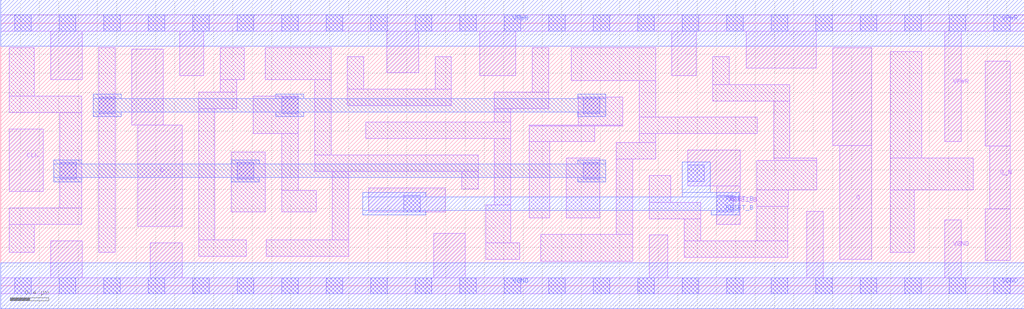
<source format=lef>
# Copyright 2020 The SkyWater PDK Authors
#
# Licensed under the Apache License, Version 2.0 (the "License");
# you may not use this file except in compliance with the License.
# You may obtain a copy of the License at
#
#     https://www.apache.org/licenses/LICENSE-2.0
#
# Unless required by applicable law or agreed to in writing, software
# distributed under the License is distributed on an "AS IS" BASIS,
# WITHOUT WARRANTIES OR CONDITIONS OF ANY KIND, either express or implied.
# See the License for the specific language governing permissions and
# limitations under the License.
#
# SPDX-License-Identifier: Apache-2.0

VERSION 5.7 ;
  NAMESCASESENSITIVE ON ;
  NOWIREEXTENSIONATPIN ON ;
  DIVIDERCHAR "/" ;
  BUSBITCHARS "[]" ;
UNITS
  DATABASE MICRONS 200 ;
END UNITS
MACRO sky130_fd_sc_hd__dfrbp_1
  CLASS CORE ;
  SOURCE USER ;
  FOREIGN sky130_fd_sc_hd__dfrbp_1 ;
  ORIGIN  0.000000  0.000000 ;
  SIZE  10.58000 BY  2.720000 ;
  SYMMETRY X Y R90 ;
  SITE unithd ;
  PIN D
    ANTENNAGATEAREA  0.126000 ;
    DIRECTION INPUT ;
    USE SIGNAL ;
    PORT
      LAYER li1 ;
        RECT 1.355000 1.665000 1.680000 2.450000 ;
        RECT 1.415000 0.615000 1.875000 1.665000 ;
    END
  END D
  PIN Q
    ANTENNADIFFAREA  0.449000 ;
    DIRECTION OUTPUT ;
    USE SIGNAL ;
    PORT
      LAYER li1 ;
        RECT 8.600000 1.455000 9.005000 2.465000 ;
        RECT 8.675000 0.275000 9.005000 1.455000 ;
    END
  END Q
  PIN Q_N
    ANTENNADIFFAREA  0.429000 ;
    DIRECTION OUTPUT ;
    USE SIGNAL ;
    PORT
      LAYER li1 ;
        RECT 10.180000 0.265000 10.435000 0.795000 ;
        RECT 10.180000 1.445000 10.435000 2.325000 ;
        RECT 10.225000 0.795000 10.435000 1.445000 ;
    END
  END Q_N
  PIN RESET_B
    ANTENNAGATEAREA  0.252000 ;
    DIRECTION INPUT ;
    USE SIGNAL ;
    PORT
      LAYER li1 ;
        RECT 3.805000 0.765000 4.595000 1.015000 ;
        RECT 7.105000 1.035000 7.645000 1.405000 ;
        RECT 7.405000 0.635000 7.645000 1.035000 ;
      LAYER mcon ;
        RECT 4.165000 0.765000 4.335000 0.935000 ;
        RECT 7.105000 1.080000 7.275000 1.250000 ;
        RECT 7.405000 0.765000 7.575000 0.935000 ;
      LAYER met1 ;
        RECT 3.745000 0.735000 4.395000 0.780000 ;
        RECT 3.745000 0.780000 7.635000 0.920000 ;
        RECT 3.745000 0.920000 4.395000 0.965000 ;
        RECT 7.045000 0.920000 7.635000 0.965000 ;
        RECT 7.045000 0.965000 7.335000 1.280000 ;
        RECT 7.345000 0.735000 7.635000 0.780000 ;
    END
  END RESET_B
  PIN CLK
    ANTENNAGATEAREA  0.159000 ;
    DIRECTION INPUT ;
    USE CLOCK ;
    PORT
      LAYER li1 ;
        RECT 0.090000 0.975000 0.440000 1.625000 ;
    END
  END CLK
  PIN VGND
    DIRECTION INOUT ;
    SHAPE ABUTMENT ;
    USE GROUND ;
    PORT
      LAYER li1 ;
        RECT 0.000000 -0.085000 10.580000 0.085000 ;
        RECT 0.515000  0.085000  0.845000 0.465000 ;
        RECT 1.545000  0.085000  1.875000 0.445000 ;
        RECT 4.475000  0.085000  4.805000 0.545000 ;
        RECT 6.705000  0.085000  6.895000 0.525000 ;
        RECT 8.335000  0.085000  8.505000 0.770000 ;
        RECT 9.760000  0.085000  9.930000 0.680000 ;
      LAYER mcon ;
        RECT  0.145000 -0.085000  0.315000 0.085000 ;
        RECT  0.605000 -0.085000  0.775000 0.085000 ;
        RECT  1.065000 -0.085000  1.235000 0.085000 ;
        RECT  1.525000 -0.085000  1.695000 0.085000 ;
        RECT  1.985000 -0.085000  2.155000 0.085000 ;
        RECT  2.445000 -0.085000  2.615000 0.085000 ;
        RECT  2.905000 -0.085000  3.075000 0.085000 ;
        RECT  3.365000 -0.085000  3.535000 0.085000 ;
        RECT  3.825000 -0.085000  3.995000 0.085000 ;
        RECT  4.285000 -0.085000  4.455000 0.085000 ;
        RECT  4.745000 -0.085000  4.915000 0.085000 ;
        RECT  5.205000 -0.085000  5.375000 0.085000 ;
        RECT  5.665000 -0.085000  5.835000 0.085000 ;
        RECT  6.125000 -0.085000  6.295000 0.085000 ;
        RECT  6.585000 -0.085000  6.755000 0.085000 ;
        RECT  7.045000 -0.085000  7.215000 0.085000 ;
        RECT  7.505000 -0.085000  7.675000 0.085000 ;
        RECT  7.965000 -0.085000  8.135000 0.085000 ;
        RECT  8.425000 -0.085000  8.595000 0.085000 ;
        RECT  8.885000 -0.085000  9.055000 0.085000 ;
        RECT  9.345000 -0.085000  9.515000 0.085000 ;
        RECT  9.805000 -0.085000  9.975000 0.085000 ;
        RECT 10.265000 -0.085000 10.435000 0.085000 ;
      LAYER met1 ;
        RECT 0.000000 -0.240000 10.580000 0.240000 ;
    END
  END VGND
  PIN VPWR
    DIRECTION INOUT ;
    SHAPE ABUTMENT ;
    USE POWER ;
    PORT
      LAYER li1 ;
        RECT 0.000000 2.635000 10.580000 2.805000 ;
        RECT 0.515000 2.135000  0.845000 2.635000 ;
        RECT 1.850000 2.175000  2.100000 2.635000 ;
        RECT 3.990000 2.205000  4.320000 2.635000 ;
        RECT 4.955000 2.175000  5.325000 2.635000 ;
        RECT 6.940000 2.175000  7.190000 2.635000 ;
        RECT 7.710000 2.255000  8.430000 2.635000 ;
        RECT 9.760000 1.495000  9.930000 2.635000 ;
      LAYER mcon ;
        RECT  0.145000 2.635000  0.315000 2.805000 ;
        RECT  0.605000 2.635000  0.775000 2.805000 ;
        RECT  1.065000 2.635000  1.235000 2.805000 ;
        RECT  1.525000 2.635000  1.695000 2.805000 ;
        RECT  1.985000 2.635000  2.155000 2.805000 ;
        RECT  2.445000 2.635000  2.615000 2.805000 ;
        RECT  2.905000 2.635000  3.075000 2.805000 ;
        RECT  3.365000 2.635000  3.535000 2.805000 ;
        RECT  3.825000 2.635000  3.995000 2.805000 ;
        RECT  4.285000 2.635000  4.455000 2.805000 ;
        RECT  4.745000 2.635000  4.915000 2.805000 ;
        RECT  5.205000 2.635000  5.375000 2.805000 ;
        RECT  5.665000 2.635000  5.835000 2.805000 ;
        RECT  6.125000 2.635000  6.295000 2.805000 ;
        RECT  6.585000 2.635000  6.755000 2.805000 ;
        RECT  7.045000 2.635000  7.215000 2.805000 ;
        RECT  7.505000 2.635000  7.675000 2.805000 ;
        RECT  7.965000 2.635000  8.135000 2.805000 ;
        RECT  8.425000 2.635000  8.595000 2.805000 ;
        RECT  8.885000 2.635000  9.055000 2.805000 ;
        RECT  9.345000 2.635000  9.515000 2.805000 ;
        RECT  9.805000 2.635000  9.975000 2.805000 ;
        RECT 10.265000 2.635000 10.435000 2.805000 ;
      LAYER met1 ;
        RECT 0.000000 2.480000 10.580000 2.960000 ;
    END
  END VPWR
  OBS
    LAYER li1 ;
      RECT 0.090000 0.345000  0.345000 0.635000 ;
      RECT 0.090000 0.635000  0.840000 0.805000 ;
      RECT 0.090000 1.795000  0.840000 1.965000 ;
      RECT 0.090000 1.965000  0.345000 2.465000 ;
      RECT 0.610000 0.805000  0.840000 1.795000 ;
      RECT 1.015000 0.345000  1.185000 2.465000 ;
      RECT 2.045000 0.305000  2.540000 0.475000 ;
      RECT 2.045000 0.475000  2.215000 1.835000 ;
      RECT 2.045000 1.835000  2.440000 2.005000 ;
      RECT 2.270000 2.005000  2.440000 2.135000 ;
      RECT 2.270000 2.135000  2.520000 2.465000 ;
      RECT 2.385000 0.765000  2.735000 1.385000 ;
      RECT 2.610000 1.575000  3.075000 1.965000 ;
      RECT 2.735000 2.135000  3.415000 2.465000 ;
      RECT 2.745000 0.305000  3.600000 0.475000 ;
      RECT 2.905000 0.765000  3.260000 0.985000 ;
      RECT 2.905000 0.985000  3.075000 1.575000 ;
      RECT 3.245000 1.185000  4.935000 1.355000 ;
      RECT 3.245000 1.355000  3.415000 2.135000 ;
      RECT 3.430000 0.475000  3.600000 1.185000 ;
      RECT 3.585000 1.865000  4.660000 2.035000 ;
      RECT 3.585000 2.035000  3.755000 2.375000 ;
      RECT 3.775000 1.525000  5.275000 1.695000 ;
      RECT 4.490000 2.035000  4.660000 2.375000 ;
      RECT 4.765000 1.005000  4.935000 1.185000 ;
      RECT 5.015000 0.275000  5.365000 0.445000 ;
      RECT 5.015000 0.445000  5.275000 0.835000 ;
      RECT 5.105000 0.835000  5.275000 1.525000 ;
      RECT 5.105000 1.695000  5.275000 1.835000 ;
      RECT 5.105000 1.835000  5.665000 2.005000 ;
      RECT 5.465000 0.705000  5.675000 1.495000 ;
      RECT 5.465000 1.495000  6.140000 1.655000 ;
      RECT 5.465000 1.655000  6.430000 1.665000 ;
      RECT 5.495000 2.005000  5.665000 2.465000 ;
      RECT 5.585000 0.255000  6.535000 0.535000 ;
      RECT 5.845000 0.705000  6.195000 1.325000 ;
      RECT 5.900000 2.125000  6.770000 2.465000 ;
      RECT 5.970000 1.665000  6.430000 1.955000 ;
      RECT 6.365000 0.535000  6.535000 1.315000 ;
      RECT 6.365000 1.315000  6.770000 1.485000 ;
      RECT 6.600000 1.485000  6.770000 1.575000 ;
      RECT 6.600000 1.575000  7.820000 1.745000 ;
      RECT 6.600000 1.745000  6.770000 2.125000 ;
      RECT 6.705000 0.695000  7.235000 0.865000 ;
      RECT 6.705000 0.865000  6.925000 1.145000 ;
      RECT 7.065000 0.295000  8.135000 0.465000 ;
      RECT 7.065000 0.465000  7.235000 0.695000 ;
      RECT 7.360000 1.915000  8.160000 2.085000 ;
      RECT 7.360000 2.085000  7.530000 2.375000 ;
      RECT 7.815000 0.465000  8.135000 0.820000 ;
      RECT 7.815000 0.820000  8.140000 0.995000 ;
      RECT 7.815000 0.995000  8.435000 1.295000 ;
      RECT 7.990000 1.295000  8.435000 1.325000 ;
      RECT 7.990000 1.325000  8.160000 1.915000 ;
      RECT 9.195000 0.345000  9.445000 0.995000 ;
      RECT 9.195000 0.995000 10.055000 1.325000 ;
      RECT 9.195000 1.325000  9.525000 2.425000 ;
    LAYER mcon ;
      RECT 0.610000 1.105000 0.780000 1.275000 ;
      RECT 1.015000 1.785000 1.185000 1.955000 ;
      RECT 2.445000 1.105000 2.615000 1.275000 ;
      RECT 2.905000 1.785000 3.075000 1.955000 ;
      RECT 6.025000 1.105000 6.195000 1.275000 ;
      RECT 6.025000 1.785000 6.195000 1.955000 ;
    LAYER met1 ;
      RECT 0.550000 1.075000 0.840000 1.120000 ;
      RECT 0.550000 1.120000 6.255000 1.260000 ;
      RECT 0.550000 1.260000 0.840000 1.305000 ;
      RECT 0.955000 1.755000 1.245000 1.800000 ;
      RECT 0.955000 1.800000 6.255000 1.940000 ;
      RECT 0.955000 1.940000 1.245000 1.985000 ;
      RECT 2.385000 1.075000 2.675000 1.120000 ;
      RECT 2.385000 1.260000 2.675000 1.305000 ;
      RECT 2.845000 1.755000 3.135000 1.800000 ;
      RECT 2.845000 1.940000 3.135000 1.985000 ;
      RECT 5.965000 1.075000 6.255000 1.120000 ;
      RECT 5.965000 1.260000 6.255000 1.305000 ;
      RECT 5.965000 1.755000 6.255000 1.800000 ;
      RECT 5.965000 1.940000 6.255000 1.985000 ;
  END
END sky130_fd_sc_hd__dfrbp_1
END LIBRARY

</source>
